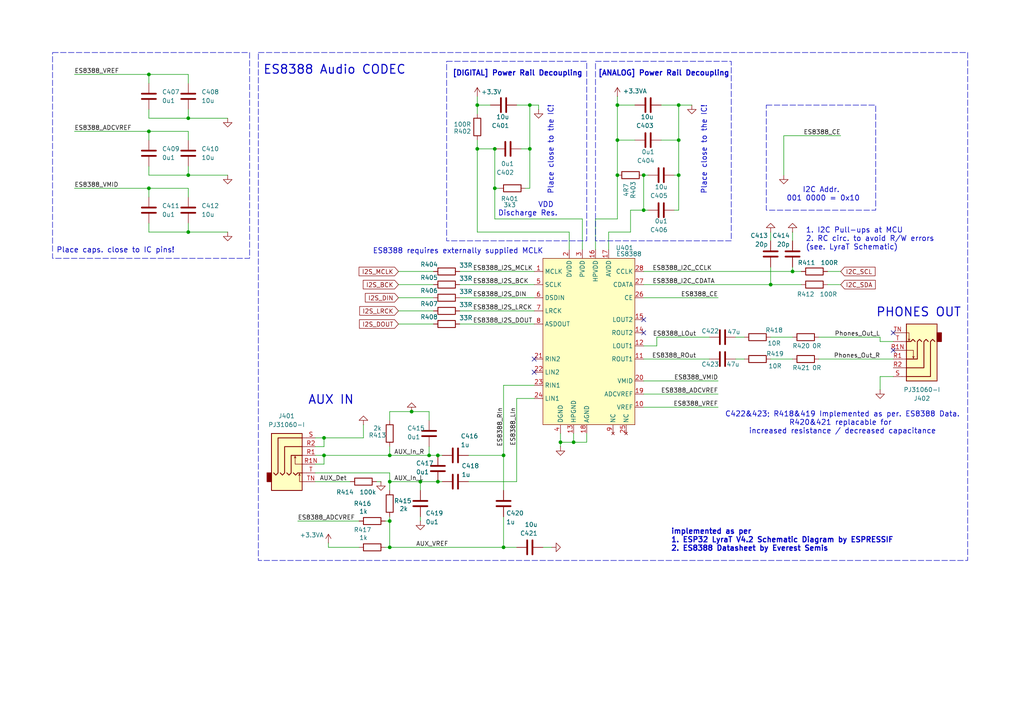
<source format=kicad_sch>
(kicad_sch (version 20231120) (generator "eeschema") (generator_version "8.0")
  (paper "A4")
  (title_block (title "BASM SOUNDCARD") (rev "1") (company "BUCHAREST APPLIED STEAM MUSEUM") (comment 1 "Upgraded Audio Jacks (x2) to TRRS w. NC sw."))
  (lib_symbols
    (symbol "Connector_Audio:AudioJack4_SwitchTR1"
      (property "Reference" "J" (at 0 11.43 0))
      (property "Value" "AudioJack4_SwitchTR1" (at 0 8.89 0))
      (symbol "AudioJack4_SwitchTR1_0_1"
        (rectangle (start -7.62 -5.08) (end -8.89 -7.62) (stroke (width 0.254)) (fill (type outline)))
        (polyline (pts (xy 1.27 -5.08) (xy 2.54 -5.08)))
        (polyline (pts (xy 1.27 2.54) (xy 2.54 2.54)))
        (polyline (pts (xy 2.54 0) (xy 1.27 0)))
        (polyline (pts (xy 2.54 5.08) (xy 1.27 5.08)))
        (rectangle (start 1.27 6.35) (end -7.62 -10.16) (stroke (width 0.254)) (fill (type background)))
      )
      (symbol "AudioJack4_SwitchTR1_1_1"
        (polyline (pts (xy -0.762 -0.254) (xy -0.508 -0.762)))
        (polyline (pts (xy 0.508 -5.334) (xy 0.762 -5.842)))
        (polyline (pts (xy -1.27 -5.08) (xy -0.635 -5.715) (xy 0 -5.08) (xy 1.27 -5.08)) (stroke (width 0.254)))
        (polyline (pts (xy 2.54 -7.62) (xy 0.508 -7.62) (xy 0.508 -5.334) (xy 0.254 -5.842)))
        (polyline (pts (xy 2.54 -2.54) (xy -0.762 -2.54) (xy -0.762 -0.254) (xy -1.016 -0.762)))
        (polyline (pts (xy -3.175 -5.08) (xy -2.54 -5.715) (xy -1.905 -5.08) (xy -1.905 0) (xy 1.27 0)) (stroke (width 0.254)))
        (polyline (pts (xy 1.27 2.54) (xy -3.81 2.54) (xy -3.81 -5.08) (xy -4.445 -5.715) (xy -5.08 -5.08)) (stroke (width 0.254)))
        (polyline (pts (xy 1.27 5.08) (xy -5.715 5.08) (xy -5.715 -5.08) (xy -6.35 -5.715) (xy -6.985 -5.08)) (stroke (width 0.254)))
        (pin passive line (at 5.08 0 180) (length 2.54) (name "~") (number "R1"))
        (pin passive line (at 5.08 -2.54 180) (length 2.54) (name "~") (number "R1N"))
        (pin passive line (at 5.08 2.54 180) (length 2.54) (name "~") (number "R2"))
        (pin passive line (at 5.08 5.08 180) (length 2.54) (name "~") (number "S"))
        (pin passive line (at 5.08 -5.08 180) (length 2.54) (name "~") (number "T"))
        (pin passive line (at 5.08 -7.62 180) (length 2.54) (name "~") (number "TN"))
      )
    )
    (symbol "Device:C" (pin_numbers hide) (pin_names (offset 0.254))
      (property "Reference" "C" (at 0.635 2.54 0))
      (property "Value" "C" (at 0.635 -2.54 0))
      (symbol "C_0_1"
        (polyline (pts (xy -2.032 -0.762) (xy 2.032 -0.762)) (stroke (width 0.508)))
        (polyline (pts (xy -2.032 0.762) (xy 2.032 0.762)) (stroke (width 0.508)))
      )
      (symbol "C_1_1"
        (pin passive line (at 0 3.81 270) (length 2.794) (name "~") (number "1"))
        (pin passive line (at 0 -3.81 90) (length 2.794) (name "~") (number "2"))
      )
    )
    (symbol "Device:R" (pin_numbers hide) (pin_names (offset 0))
      (property "Reference" "R" (at 2.032 0 90))
      (property "Value" "R" (at 0 0 90))
      (symbol "R_0_1"
        (rectangle (start -1.016 -2.54) (end 1.016 2.54) (stroke (width 0.254)))
      )
      (symbol "R_1_1"
        (pin passive line (at 0 3.81 270) (length 1.27) (name "~") (number "1"))
        (pin passive line (at 0 -3.81 90) (length 1.27) (name "~") (number "2"))
      )
    )
    (symbol "everestsemi:ES8388"
      (property "Reference" "U" (at 0 0 0))
      (symbol "ES8388_1_0"
        (pin input line (at 16.51 11.43 180) (length 2.54) (name "CE") (number "26"))
        (pin bidirectional line (at 16.51 15.24 180) (length 2.54) (name "CDATA") (number "27"))
        (pin input line (at 16.51 19.05 180) (length 2.54) (name "CCLK") (number "28"))
      )
      (symbol "ES8388_1_1"
        (rectangle (start -12.7 22.86) (end 13.97 -25.4) (fill (type background)))
        (pin input line (at -15.24 19.05 0) (length 2.54) (name "MCLK") (number "1"))
        (pin output line (at 16.51 -20.32 180) (length 2.54) (name "VREF") (number "10"))
        (pin output line (at 16.51 -6.35 180) (length 2.54) (name "ROUT1") (number "11"))
        (pin output line (at 16.51 -2.54 180) (length 2.54) (name "LOUT1") (number "12"))
        (pin power_in line (at -3.81 -27.94 90) (length 2.54) (name "HPGND") (number "13"))
        (pin output line (at 16.51 1.27 180) (length 2.54) (name "ROUT2") (number "14"))
        (pin output line (at 16.51 5.08 180) (length 2.54) (name "LOUT2") (number "15"))
        (pin power_in line (at 2.54 25.4 270) (length 2.54) (name "HPVDD") (number "16"))
        (pin power_in line (at 6.35 25.4 270) (length 2.54) (name "AVDD") (number "17"))
        (pin power_in line (at 0 -27.94 90) (length 2.54) (name "AGND") (number "18"))
        (pin output line (at 16.51 -16.51 180) (length 2.54) (name "ADCVREF") (number "19"))
        (pin power_in line (at -5.08 25.4 270) (length 2.54) (name "DVDD") (number "2"))
        (pin output line (at 16.51 -12.7 180) (length 2.54) (name "VMID") (number "20"))
        (pin input line (at -15.24 -6.35 0) (length 2.54) (name "RIN2") (number "21"))
        (pin input line (at -15.24 -10.16 0) (length 2.54) (name "LIN2") (number "22"))
        (pin input line (at -15.24 -13.97 0) (length 2.54) (name "RIN1") (number "23"))
        (pin input line (at -15.24 -17.78 0) (length 2.54) (name "LIN1") (number "24"))
        (pin no_connect line (at 11.43 -27.94 90) (length 2.54) (name "NC") (number "25"))
        (pin power_in line (at -1.27 25.4 270) (length 2.54) (name "PVDD") (number "3"))
        (pin power_in line (at -7.62 -27.94 90) (length 2.54) (name "DGND") (number "4"))
        (pin bidirectional line (at -15.24 15.24 0) (length 2.54) (name "SCLK") (number "5"))
        (pin input line (at -15.24 11.43 0) (length 2.54) (name "DSDIN") (number "6"))
        (pin bidirectional line (at -15.24 7.62 0) (length 2.54) (name "LRCK") (number "7"))
        (pin output line (at -15.24 3.81 0) (length 2.54) (name "ASDOUT") (number "8"))
        (pin no_connect line (at 7.62 -27.94 90) (length 2.54) (name "NC") (number "9"))
      )
    )
    (symbol "power:+3.3V" (power) (pin_numbers hide) (pin_names (offset 0) hide)
      (property "Value" "+3.3V" (at 0 3.556 0))
      (symbol "+3.3V_0_1"
        (polyline (pts (xy -0.762 1.27) (xy 0 2.54)))
        (polyline (pts (xy 0 0) (xy 0 2.54)))
        (polyline (pts (xy 0 2.54) (xy 0.762 1.27)))
      )
      (symbol "+3.3V_1_1"
        (pin power_in line (at 0 0 90) (length 0) (name "~") (number "1"))
      )
    )
    (symbol "power:+3.3VA" (power) (pin_numbers hide) (pin_names (offset 0) hide)
      (property "Value" "+3.3VA" (at 0 3.556 0))
      (symbol "+3.3VA_0_1"
        (polyline (pts (xy -0.762 1.27) (xy 0 2.54)))
        (polyline (pts (xy 0 0) (xy 0 2.54)))
        (polyline (pts (xy 0 2.54) (xy 0.762 1.27)))
      )
      (symbol "+3.3VA_1_1"
        (pin power_in line (at 0 0 90) (length 0) (name "~") (number "1"))
      )
    )
    (symbol "power:GND" (power) (pin_numbers hide) (pin_names (offset 0) hide)
      (property "Value" "GND" (at 0 -3.81 0))
      (symbol "GND_0_1"
        (polyline (pts (xy 0 0) (xy 0 -1.27) (xy 1.27 -1.27) (xy 0 -2.54) (xy -1.27 -1.27) (xy 0 -1.27)))
      )
      (symbol "GND_1_1"
        (pin power_in line (at 0 0 270) (length 0) (name "~") (number "1"))
      )
    )
  )
  (junction (at 179.07 50.8))
  (junction (at 113.03 151.13))
  (junction (at 124.46 132.08))
  (junction (at 153.67 43.18))
  (junction (at 43.18 21.59))
  (junction (at 196.85 30.48))
  (junction (at 43.18 54.61))
  (junction (at 93.98 132.08))
  (junction (at 179.07 30.48))
  (junction (at 54.61 50.8))
  (junction (at 146.05 158.75))
  (junction (at 196.85 50.8))
  (junction (at 54.61 67.31))
  (junction (at 143.51 54.61))
  (junction (at 223.52 82.55))
  (junction (at 113.03 132.08))
  (junction (at 229.87 78.74))
  (junction (at 138.43 30.48))
  (junction (at 138.43 43.18))
  (junction (at 127 132.08))
  (junction (at 179.07 40.64))
  (junction (at 119.38 119.38))
  (junction (at 146.05 132.08))
  (junction (at 127 139.7))
  (junction (at 196.85 40.64))
  (junction (at 54.61 34.29))
  (junction (at 113.03 139.7))
  (junction (at 166.37 128.27))
  (junction (at 162.56 128.27))
  (junction (at 186.69 50.8))
  (junction (at 43.18 38.1))
  (junction (at 186.69 60.96))
  (junction (at 113.03 158.75))
  (junction (at 93.98 127))
  (junction (at 153.67 30.48))
  (junction (at 121.92 139.7))
  (junction (at 143.51 43.18))
  (no_connect (at 154.94 107.95))
  (no_connect (at 186.69 96.52))
  (no_connect (at 259.08 101.6))
  (no_connect (at 259.08 96.52))
  (no_connect (at 154.94 104.14))
  (no_connect (at 186.69 92.71))
  (wire (pts (xy 179.07 27.94) (xy 179.07 30.48)))
  (wire (pts (xy 182.88 67.31) (xy 182.88 60.96)))
  (wire (pts (xy 138.43 67.31) (xy 138.43 43.18)))
  (wire (pts (xy 138.43 43.18) (xy 138.43 40.64)))
  (wire (pts (xy 113.03 142.24) (xy 113.03 139.7)))
  (wire (pts (xy 115.57 82.55) (xy 125.73 82.55)))
  (wire (pts (xy 43.18 48.26) (xy 43.18 50.8)))
  (wire (pts (xy 93.98 127) (xy 93.98 129.54)))
  (wire (pts (xy 153.67 30.48) (xy 156.21 30.48)))
  (wire (pts (xy 115.57 86.36) (xy 125.73 86.36)))
  (wire (pts (xy 149.86 115.57) (xy 154.94 115.57)))
  (wire (pts (xy 54.61 48.26) (xy 54.61 50.8)))
  (wire (pts (xy 91.44 132.08) (xy 93.98 132.08)))
  (wire (pts (xy 115.57 78.74) (xy 125.73 78.74)))
  (wire (pts (xy 176.53 67.31) (xy 182.88 67.31)))
  (wire (pts (xy 153.67 30.48) (xy 153.67 43.18)))
  (wire (pts (xy 255.27 99.06) (xy 259.08 99.06)))
  (wire (pts (xy 191.77 40.64) (xy 196.85 40.64)))
  (wire (pts (xy 43.18 54.61) (xy 43.18 57.15)))
  (wire (pts (xy 146.05 158.75) (xy 113.03 158.75)))
  (wire (pts (xy 124.46 129.54) (xy 124.46 132.08)))
  (wire (pts (xy 43.18 21.59) (xy 43.18 24.13)))
  (wire (pts (xy 179.07 40.64) (xy 179.07 30.48)))
  (wire (pts (xy 91.44 129.54) (xy 93.98 129.54)))
  (wire (pts (xy 232.41 78.74) (xy 229.87 78.74)))
  (wire (pts (xy 138.43 33.02) (xy 138.43 30.48)))
  (wire (pts (xy 54.61 54.61) (xy 43.18 54.61)))
  (wire (pts (xy 124.46 132.08) (xy 127 132.08)))
  (wire (pts (xy 149.86 115.57) (xy 149.86 139.7)))
  (wire (pts (xy 135.89 132.08) (xy 146.05 132.08)))
  (wire (pts (xy 255.27 97.79) (xy 255.27 99.06)))
  (wire (pts (xy 149.86 30.48) (xy 153.67 30.48)))
  (wire (pts (xy 149.86 158.75) (xy 146.05 158.75)))
  (wire (pts (xy 43.18 54.61) (xy 21.59 54.61)))
  (wire (pts (xy 95.25 157.48) (xy 95.25 158.75)))
  (wire (pts (xy 133.35 93.98) (xy 154.94 93.98)))
  (wire (pts (xy 143.51 63.5) (xy 143.51 54.61)))
  (wire (pts (xy 237.49 97.79) (xy 255.27 97.79)))
  (wire (pts (xy 179.07 30.48) (xy 184.15 30.48)))
  (wire (pts (xy 179.07 50.8) (xy 179.07 40.64)))
  (wire (pts (xy 54.61 67.31) (xy 66.04 67.31)))
  (wire (pts (xy 186.69 78.74) (xy 229.87 78.74)))
  (wire (pts (xy 168.91 72.39) (xy 168.91 63.5)))
  (wire (pts (xy 113.03 121.92) (xy 113.03 119.38)))
  (wire (pts (xy 113.03 132.08) (xy 124.46 132.08)))
  (wire (pts (xy 170.18 128.27) (xy 166.37 128.27)))
  (wire (pts (xy 170.18 125.73) (xy 170.18 128.27)))
  (wire (pts (xy 223.52 104.14) (xy 229.87 104.14)))
  (wire (pts (xy 165.1 72.39) (xy 165.1 67.31)))
  (wire (pts (xy 115.57 93.98) (xy 125.73 93.98)))
  (wire (pts (xy 243.84 82.55) (xy 240.03 82.55)))
  (wire (pts (xy 91.44 137.16) (xy 113.03 137.16)))
  (wire (pts (xy 190.5 100.33) (xy 186.69 100.33)))
  (wire (pts (xy 162.56 128.27) (xy 162.56 129.54)))
  (wire (pts (xy 43.18 31.75) (xy 43.18 34.29)))
  (wire (pts (xy 168.91 63.5) (xy 143.51 63.5)))
  (wire (pts (xy 243.84 78.74) (xy 240.03 78.74)))
  (wire (pts (xy 213.36 104.14) (xy 215.9 104.14)))
  (wire (pts (xy 191.77 30.48) (xy 196.85 30.48)))
  (wire (pts (xy 43.18 38.1) (xy 43.18 40.64)))
  (wire (pts (xy 43.18 38.1) (xy 21.59 38.1)))
  (wire (pts (xy 157.48 158.75) (xy 160.02 158.75)))
  (wire (pts (xy 113.03 129.54) (xy 113.03 132.08)))
  (wire (pts (xy 138.43 43.18) (xy 143.51 43.18)))
  (wire (pts (xy 133.35 82.55) (xy 154.94 82.55)))
  (wire (pts (xy 54.61 38.1) (xy 43.18 38.1)))
  (wire (pts (xy 223.52 69.85) (xy 223.52 67.31)))
  (wire (pts (xy 111.76 158.75) (xy 113.03 158.75)))
  (wire (pts (xy 128.27 139.7) (xy 127 139.7)))
  (wire (pts (xy 105.41 127) (xy 105.41 123.19)))
  (wire (pts (xy 223.52 77.47) (xy 223.52 82.55)))
  (wire (pts (xy 113.03 137.16) (xy 113.03 139.7)))
  (wire (pts (xy 127 132.08) (xy 128.27 132.08)))
  (wire (pts (xy 232.41 82.55) (xy 223.52 82.55)))
  (wire (pts (xy 93.98 127) (xy 105.41 127)))
  (wire (pts (xy 54.61 21.59) (xy 43.18 21.59)))
  (wire (pts (xy 223.52 97.79) (xy 229.87 97.79)))
  (wire (pts (xy 121.92 139.7) (xy 121.92 142.24)))
  (wire (pts (xy 121.92 149.86) (xy 121.92 151.13)))
  (wire (pts (xy 54.61 64.77) (xy 54.61 67.31)))
  (wire (pts (xy 110.49 139.7) (xy 109.22 139.7)))
  (wire (pts (xy 43.18 67.31) (xy 54.61 67.31)))
  (wire (pts (xy 162.56 125.73) (xy 162.56 128.27)))
  (wire (pts (xy 179.07 40.64) (xy 184.15 40.64)))
  (wire (pts (xy 124.46 119.38) (xy 124.46 121.92)))
  (wire (pts (xy 91.44 134.62) (xy 93.98 134.62)))
  (wire (pts (xy 186.69 60.96) (xy 187.96 60.96)))
  (wire (pts (xy 227.33 39.37) (xy 227.33 50.8)))
  (wire (pts (xy 138.43 30.48) (xy 142.24 30.48)))
  (wire (pts (xy 196.85 50.8) (xy 196.85 40.64)))
  (wire (pts (xy 93.98 132.08) (xy 113.03 132.08)))
  (wire (pts (xy 95.25 158.75) (xy 104.14 158.75)))
  (wire (pts (xy 195.58 50.8) (xy 196.85 50.8)))
  (wire (pts (xy 146.05 149.86) (xy 146.05 158.75)))
  (wire (pts (xy 166.37 128.27) (xy 162.56 128.27)))
  (wire (pts (xy 186.69 114.3) (xy 208.28 114.3)))
  (wire (pts (xy 54.61 31.75) (xy 54.61 34.29)))
  (wire (pts (xy 43.18 21.59) (xy 21.59 21.59)))
  (wire (pts (xy 43.18 34.29) (xy 54.61 34.29)))
  (wire (pts (xy 133.35 78.74) (xy 154.94 78.74)))
  (wire (pts (xy 91.44 139.7) (xy 101.6 139.7)))
  (wire (pts (xy 113.03 119.38) (xy 119.38 119.38)))
  (wire (pts (xy 146.05 132.08) (xy 146.05 142.24)))
  (wire (pts (xy 113.03 151.13) (xy 111.76 151.13)))
  (wire (pts (xy 149.86 139.7) (xy 135.89 139.7)))
  (wire (pts (xy 86.36 151.13) (xy 104.14 151.13)))
  (wire (pts (xy 115.57 90.17) (xy 125.73 90.17)))
  (wire (pts (xy 196.85 60.96) (xy 196.85 50.8)))
  (wire (pts (xy 43.18 50.8) (xy 54.61 50.8)))
  (wire (pts (xy 179.07 63.5) (xy 179.07 50.8)))
  (wire (pts (xy 190.5 97.79) (xy 205.74 97.79)))
  (wire (pts (xy 255.27 113.03) (xy 255.27 109.22)))
  (wire (pts (xy 113.03 149.86) (xy 113.03 151.13)))
  (wire (pts (xy 166.37 125.73) (xy 166.37 128.27)))
  (wire (pts (xy 186.69 104.14) (xy 205.74 104.14)))
  (wire (pts (xy 186.69 118.11) (xy 208.28 118.11)))
  (wire (pts (xy 54.61 40.64) (xy 54.61 38.1)))
  (wire (pts (xy 195.58 60.96) (xy 196.85 60.96)))
  (wire (pts (xy 196.85 40.64) (xy 196.85 30.48)))
  (wire (pts (xy 227.33 39.37) (xy 243.84 39.37)))
  (wire (pts (xy 186.69 60.96) (xy 186.69 50.8)))
  (wire (pts (xy 121.92 139.7) (xy 127 139.7)))
  (wire (pts (xy 255.27 109.22) (xy 259.08 109.22)))
  (wire (pts (xy 182.88 60.96) (xy 186.69 60.96)))
  (wire (pts (xy 43.18 64.77) (xy 43.18 67.31)))
  (wire (pts (xy 54.61 50.8) (xy 66.04 50.8)))
  (wire (pts (xy 91.44 127) (xy 93.98 127)))
  (wire (pts (xy 213.36 97.79) (xy 215.9 97.79)))
  (wire (pts (xy 143.51 54.61) (xy 144.78 54.61)))
  (wire (pts (xy 113.03 151.13) (xy 113.03 158.75)))
  (wire (pts (xy 54.61 24.13) (xy 54.61 21.59)))
  (wire (pts (xy 229.87 77.47) (xy 229.87 78.74)))
  (wire (pts (xy 186.69 82.55) (xy 223.52 82.55)))
  (wire (pts (xy 93.98 132.08) (xy 93.98 134.62)))
  (wire (pts (xy 176.53 72.39) (xy 176.53 67.31)))
  (wire (pts (xy 54.61 34.29) (xy 66.04 34.29)))
  (wire (pts (xy 152.4 54.61) (xy 153.67 54.61)))
  (wire (pts (xy 113.03 139.7) (xy 121.92 139.7)))
  (wire (pts (xy 186.69 86.36) (xy 208.28 86.36)))
  (wire (pts (xy 138.43 27.94) (xy 138.43 30.48)))
  (wire (pts (xy 229.87 67.31) (xy 229.87 69.85)))
  (wire (pts (xy 153.67 54.61) (xy 153.67 43.18)))
  (wire (pts (xy 146.05 111.76) (xy 154.94 111.76)))
  (wire (pts (xy 172.72 63.5) (xy 179.07 63.5)))
  (wire (pts (xy 146.05 132.08) (xy 146.05 111.76)))
  (wire (pts (xy 156.21 30.48) (xy 156.21 31.75)))
  (wire (pts (xy 172.72 72.39) (xy 172.72 63.5)))
  (wire (pts (xy 133.35 90.17) (xy 154.94 90.17)))
  (wire (pts (xy 143.51 54.61) (xy 143.51 43.18)))
  (wire (pts (xy 165.1 67.31) (xy 138.43 67.31)))
  (wire (pts (xy 186.69 50.8) (xy 187.96 50.8)))
  (wire (pts (xy 186.69 110.49) (xy 208.28 110.49)))
  (wire (pts (xy 54.61 57.15) (xy 54.61 54.61)))
  (wire (pts (xy 119.38 119.38) (xy 124.46 119.38)))
  (wire (pts (xy 153.67 43.18) (xy 151.13 43.18)))
  (wire (pts (xy 190.5 97.79) (xy 190.5 100.33)))
  (wire (pts (xy 237.49 104.14) (xy 259.08 104.14)))
  (wire (pts (xy 133.35 86.36) (xy 154.94 86.36)))
  (wire (pts (xy 196.85 30.48) (xy 200.66 30.48)))
  (rectangle (start 15.24 15.24) (end 72.39 74.93) (stroke (width 0) (type dash)))
  (rectangle (start 172.72 17.78) (end 212.09 69.85) (stroke (width 0) (type dash)))
  (rectangle (start 129.54 17.78) (end 170.18 69.85) (stroke (width 0) (type dash)))
  (rectangle (start 222.25 30.48) (end 254 60.96) (stroke (width 0) (type dash)))
  (rectangle (start 74.93 15.24) (end 280.67 162.56) (stroke (width 0) (type dash)))
  (text "ES8388 Audio CODEC" (at 97.028 20.32 0) (effects (font (size 2.54 2.54) (thickness 0.3048) (bold yes))))
  (text "1. I2C Pull-ups at MCU\n2. RC circ. to avoid R/W errors \n(see. LyraT Schematic)\n" (at 233.68 69.342 0) (effects (font (size 1.524 1.524) (thickness 0.1905)) (justify left)))
  (text "Place close to the IC!" (at 204.216 43.434 90) (effects (font (size 1.524 1.524) (thickness 0.1905))))
  (text "[ANALOG] Power Rail Decoupling" (at 192.532 21.336 0) (effects (font (size 1.524 1.524) (thickness 0.3048) (bold yes))))
  (text "VDD \nDischarge Res." (at 161.798 60.706 0) (effects (font (size 1.524 1.524) (thickness 0.1905)) (justify right)))
  (text "I2C Addr. \n001 0000 = 0x10" (at 238.76 56.388 0) (effects (font (size 1.524 1.524) (thickness 0.1905))))
  (text "AUX IN" (at 96.012 116.078 0) (effects (font (size 2.54 2.54) (thickness 0.3048) (bold yes))))
  (text "C422&423; R418&419 Implemented as per. ES8388 Data.\nR420&421 replacable for \nincreased resistance / decreased capacitance" (at 244.348 122.682 0) (effects (font (size 1.524 1.524) (thickness 0.1905))))
  (text "PHONES OUT" (at 266.446 90.678 0) (effects (font (size 2.54 2.54) (thickness 0.3048) (bold yes))))
  (text "[DIGITAL] Power Rail Decoupling" (at 150.114 21.336 0) (effects (font (size 1.524 1.524) (thickness 0.3048) (bold yes))))
  (text "Place caps. close to IC pins!" (at 33.528 72.644 0) (effects (font (size 1.524 1.524) (thickness 0.1905))))
  (text "Place close to the IC!" (at 159.766 43.434 90) (effects (font (size 1.524 1.524) (thickness 0.1905))))
  (text "implemented as per \n1. ESP32 LyraT V4.2 Schematic Diagram by ESPRESSIF\n2. ES8388 Datasheet by Everest Semis" (at 194.564 156.718 0) (effects (font (size 1.524 1.524) (thickness 0.3048) (bold yes)) (justify left)))
  (text "ES8388 requires externally supplied MCLK" (at 132.842 72.898 0) (effects (font (size 1.524 1.524) (thickness 0.1905))))
  (label "AUX_VREF" (at 120.65 158.75 0))
  (label "ES8388_LOut" (at 201.93 97.79 180))
  (label "ES8388_ROut" (at 201.93 104.14 180))
  (label "ES8388_CE" (at 208.28 86.36 180))
  (label "ES8388_VREF" (at 21.59 21.59 0))
  (label "ES8388_RIn" (at 146.05 118.11 270))
  (label "ES8388_VMID" (at 208.28 110.49 180))
  (label "ES8388_I2S_LRCK" (at 137.16 90.17 0))
  (label "ES8388_I2S_MCLK" (at 137.16 78.74 0))
  (label "ES8388_I2C_CDATA" (at 189.23 82.55 0))
  (label "AUX_In_R" (at 114.3 132.08 0))
  (label "ES8388_VREF" (at 208.28 118.11 180))
  (label "ES8388_I2S_BCK" (at 137.16 82.55 0))
  (label "ES8388_I2S_DOUT" (at 137.16 93.98 0))
  (label "ES8388_CE" (at 243.84 39.37 180))
  (label "Phones_Out_L" (at 255.27 97.79 180))
  (label "ES8388_ADCVREF" (at 86.36 151.13 0))
  (label "AUX_In_L" (at 114.3 139.7 0))
  (label "ES8388_ADCVREF" (at 21.59 38.1 0))
  (label "ES8388_I2S_DIN" (at 137.16 86.36 0))
  (label "ES8388_ADCVREF" (at 208.28 114.3 180))
  (label "Phones_Out_R" (at 255.27 104.14 180))
  (label "ES8388_VMID" (at 21.59 54.61 0))
  (label "AUX_Det" (at 92.71 139.7 0))
  (label "ES8388_I2C_CCLK" (at 189.23 78.74 0))
  (label "ES8388_LIn" (at 149.86 118.11 270))
  (global_label "I2S_LRCK" (shape input) (at 115.57 90.17 180) (property "Intersheetrefs" "${INTERSHEET_REFS}" (effects (hide yes))))
  (global_label "I2S_BCK" (shape input) (at 115.57 82.55 180) (property "Intersheetrefs" "${INTERSHEET_REFS}" (effects (hide yes))))
  (global_label "I2C_SDA" (shape input) (at 243.84 82.55 0) (property "Intersheetrefs" "${INTERSHEET_REFS}" (effects (hide yes))))
  (global_label "I2S_DIN" (shape input) (at 115.57 86.36 180) (property "Intersheetrefs" "${INTERSHEET_REFS}" (effects (hide yes))))
  (global_label "I2S_DOUT" (shape input) (at 115.57 93.98 180) (property "Intersheetrefs" "${INTERSHEET_REFS}" (effects (hide yes))))
  (global_label "I2C_SCL" (shape input) (at 243.84 78.74 0) (property "Intersheetrefs" "${INTERSHEET_REFS}" (effects (hide yes))))
  (global_label "I2S_MCLK" (shape input) (at 115.57 78.74 180) (property "Intersheetrefs" "${INTERSHEET_REFS}" (effects (hide yes))))
  (symbol (lib_id "Device:R") (at 219.71 104.14 270) (unit 1)
    (property "Reference" "R419" (at 224.79 102.616 90))
    (property "Value" "10R" (at 224.79 106.172 90))
    (property "Footprint" "Resistor_SMD:R_0603_1608Metric" (effects (hide yes)))
    (property "Description" "Resistor" (effects (hide yes)))
  )
  (symbol (lib_id "power:GND") (at 66.04 34.29 0) (unit 1)
    (property "Reference" "#PWR064" (effects (hide yes)))
    (property "Value" "GND" (effects (hide yes)))
    (property "Description" "Power symbol creates a global label with name \"GND\" , ground" (effects (hide yes)))
  )
  (symbol (lib_id "power:+3.3VA") (at 95.25 157.48 0) (unit 1)
    (property "Reference" "#PWR061" (effects (hide yes)))
    (property "Value" "+3.3VA" (at 90.424 155.194 0))
    (property "Description" "Power symbol creates a global label with name \"+3.3VA\"" (effects (hide yes)))
  )
  (symbol (lib_id "power:GND") (at 160.02 158.75 90) (mirror x) (unit 1)
    (property "Reference" "#PWR060" (effects (hide yes)))
    (property "Value" "GND" (effects (hide yes)))
    (property "Description" "Power symbol creates a global label with name \"GND\" , ground" (effects (hide yes)))
  )
  (symbol (lib_id "Device:R") (at 129.54 93.98 90) (unit 1)
    (property "Reference" "R408" (at 124.46 91.948 90))
    (property "Value" "33R" (at 135.128 92.202 90))
    (property "Footprint" "Resistor_SMD:R_0402_1005Metric" (effects (hide yes)))
    (property "Description" "Resistor" (effects (hide yes)))
  )
  (symbol (lib_id "Device:C") (at 146.05 30.48 90) (unit 1)
    (property "Reference" "C401" (at 147.701 36.449 90) (effects (justify left)))
    (property "Value" "10u" (at 147.701 33.909 90) (effects (justify left)))
    (property "Footprint" "Capacitor_SMD:C_0603_1608Metric" (effects (hide yes)))
    (property "Description" "Unpolarized capacitor" (effects (hide yes)))
  )
  (symbol (lib_id "power:+3.3V") (at 138.43 27.94 0) (unit 1)
    (property "Reference" "#PWR045" (effects (hide yes)))
    (property "Value" "+3.3V" (at 142.494 26.67 0))
    (property "Description" "Power symbol creates a global label with name \"+3.3V\"" (effects (hide yes)))
  )
  (symbol (lib_id "power:GND") (at 229.87 67.31 180) (unit 1)
    (property "Reference" "#PWR067" (effects (hide yes)))
    (property "Value" "GND" (effects (hide yes)))
    (property "Description" "Power symbol creates a global label with name \"GND\" , ground" (effects (hide yes)))
  )
  (symbol (lib_id "Device:C") (at 191.77 60.96 90) (unit 1)
    (property "Reference" "C406" (at 193.675 66.675 90) (effects (justify left)))
    (property "Value" "0u1" (at 193.675 64.135 90) (effects (justify left)))
    (property "Footprint" "Capacitor_SMD:C_0402_1005Metric" (effects (hide yes)))
    (property "Description" "Unpolarized capacitor" (effects (hide yes)))
  )
  (symbol (lib_id "Connector_Audio:AudioJack4_SwitchTR1") (at 86.36 132.08 0) (unit 1)
    (property "Reference" "J401" (at 83.1215 120.65 0))
    (property "Value" "PJ31060-I" (at 83.1215 123.19 0))
    (property "Footprint" "Connector_Audio:Jack_3.5mm_PJ31060-I_Horizontal" (effects (hide yes)))
    (property "Description" "Audio Jack, 4 Poles (Stereo / TRRS), Switched TR1 Poles (Normalling)" (effects (hide yes)))
  )
  (symbol (lib_id "Device:C") (at 187.96 40.64 90) (unit 1)
    (property "Reference" "C404" (at 189.865 46.609 90) (effects (justify left)))
    (property "Value" "0u1" (at 189.865 44.069 90) (effects (justify left)))
    (property "Footprint" "Capacitor_SMD:C_0402_1005Metric" (effects (hide yes)))
    (property "Description" "Unpolarized capacitor" (effects (hide yes)))
  )
  (symbol (lib_id "Device:C") (at 124.46 125.73 0) (unit 1)
    (property "Reference" "C415" (at 118.11 124.206 0) (effects (justify left)))
    (property "Value" "0u1" (at 118.11 126.746 0) (effects (justify left)))
    (property "Footprint" "Capacitor_SMD:C_0402_1005Metric" (effects (hide yes)))
    (property "Description" "Unpolarized capacitor" (effects (hide yes)))
  )
  (symbol (lib_id "Device:R") (at 107.95 151.13 90) (unit 1)
    (property "Reference" "R416" (at 105.156 146.05 90))
    (property "Value" "1k" (at 105.41 148.336 90))
    (property "Footprint" "Resistor_SMD:R_0402_1005Metric" (effects (hide yes)))
    (property "Description" "Resistor" (effects (hide yes)))
  )
  (symbol (lib_id "Device:C") (at 43.18 60.96 0) (unit 1)
    (property "Reference" "C411" (at 46.99 59.6899 0) (effects (justify left)))
    (property "Value" "0u1" (at 46.99 62.2299 0) (effects (justify left)))
    (property "Footprint" "Capacitor_SMD:C_0402_1005Metric" (effects (hide yes)))
    (property "Description" "Unpolarized capacitor" (effects (hide yes)))
  )
  (symbol (lib_id "Device:C") (at 132.08 132.08 270) (unit 1)
    (property "Reference" "C416" (at 133.604 126.492 90) (effects (justify left)))
    (property "Value" "1u" (at 133.604 129.032 90) (effects (justify left)))
    (property "Footprint" "Capacitor_SMD:C_0402_1005Metric" (effects (hide yes)))
    (property "Description" "Unpolarized capacitor" (effects (hide yes)))
  )
  (symbol (lib_id "power:GND") (at 66.04 50.8 0) (unit 1)
    (property "Reference" "#PWR065" (effects (hide yes)))
    (property "Value" "GND" (effects (hide yes)))
    (property "Description" "Power symbol creates a global label with name \"GND\" , ground" (effects (hide yes)))
  )
  (symbol (lib_id "everestsemi:ES8388") (at 170.18 97.79 0) (unit 1)
    (property "Reference" "U401" (at 178.562 71.882 0) (effects (justify left)))
    (property "Value" "ES8388" (at 178.7241 73.66 0) (effects (justify left)))
    (property "Footprint" "Package_DFN_QFN:QFN-28-1EP_4x4mm_P0.4mm_EP2.6x2.6mm" (effects (hide yes)))
  )
  (symbol (lib_id "Device:C") (at 209.55 104.14 270) (unit 1)
    (property "Reference" "C423" (at 205.994 105.664 90))
    (property "Value" "47u" (at 212.598 105.664 90))
    (property "Footprint" "Capacitor_SMD:C_0603_1608Metric" (effects (hide yes)))
    (property "Description" "Unpolarized capacitor" (effects (hide yes)))
  )
  (symbol (lib_id "Device:C") (at 147.32 43.18 90) (unit 1)
    (property "Reference" "C402" (at 149.098 50.038 90) (effects (justify left)))
    (property "Value" "0u1" (at 149.098 47.498 90) (effects (justify left)))
    (property "Footprint" "Capacitor_SMD:C_0402_1005Metric" (effects (hide yes)))
    (property "Description" "Unpolarized capacitor" (effects (hide yes)))
  )
  (symbol (lib_id "power:GND") (at 255.27 113.03 0) (mirror y) (unit 1)
    (property "Reference" "#PWR082" (effects (hide yes)))
    (property "Value" "GND" (effects (hide yes)))
    (property "Description" "Power symbol creates a global label with name \"GND\" , ground" (effects (hide yes)))
  )
  (symbol (lib_id "Device:R") (at 182.88 50.8 90) (unit 1)
    (property "Reference" "R403" (at 183.642 55.118 0))
    (property "Value" "4R7" (at 181.61 55.118 0))
    (property "Footprint" "Resistor_SMD:R_0402_1005Metric" (effects (hide yes)))
    (property "Description" "Resistor" (effects (hide yes)))
  )
  (symbol (lib_id "Device:C") (at 121.92 146.05 0) (unit 1)
    (property "Reference" "C419" (at 123.444 148.844 0) (effects (justify left)))
    (property "Value" "0u1" (at 123.444 151.384 0) (effects (justify left)))
    (property "Footprint" "Capacitor_SMD:C_0402_1005Metric" (effects (hide yes)))
    (property "Description" "Unpolarized capacitor" (effects (hide yes)))
  )
  (symbol (lib_id "Device:C") (at 43.18 27.94 0) (unit 1)
    (property "Reference" "C407" (at 46.99 26.6699 0) (effects (justify left)))
    (property "Value" "0u1" (at 46.99 29.2099 0) (effects (justify left)))
    (property "Footprint" "Capacitor_SMD:C_0402_1005Metric" (effects (hide yes)))
    (property "Description" "Unpolarized capacitor" (effects (hide yes)))
  )
  (symbol (lib_id "Device:R") (at 138.43 36.83 180) (unit 1)
    (property "Reference" "R402" (at 134.112 38.1 0))
    (property "Value" "100R" (at 134.112 36.068 0))
    (property "Footprint" "Resistor_SMD:R_0603_1608Metric" (effects (hide yes)))
    (property "Description" "Resistor" (effects (hide yes)))
  )
  (symbol (lib_id "Device:C") (at 153.67 158.75 90) (unit 1)
    (property "Reference" "C421" (at 155.956 154.686 90) (effects (justify left)))
    (property "Value" "10u" (at 155.956 152.146 90) (effects (justify left)))
    (property "Footprint" "Capacitor_SMD:C_0603_1608Metric" (effects (hide yes)))
    (property "Description" "Unpolarized capacitor" (effects (hide yes)))
  )
  (symbol (lib_id "Device:C") (at 209.55 97.79 270) (unit 1)
    (property "Reference" "C422" (at 205.994 96.012 90))
    (property "Value" "47u" (at 212.852 96.266 90))
    (property "Footprint" "Capacitor_SMD:C_0603_1608Metric" (effects (hide yes)))
    (property "Description" "Unpolarized capacitor" (effects (hide yes)))
  )
  (symbol (lib_id "Device:C") (at 223.52 73.66 0) (mirror y) (unit 1)
    (property "Reference" "C413" (at 222.758 68.326 0) (effects (justify left)))
    (property "Value" "20p" (at 222.758 70.866 0) (effects (justify left)))
    (property "Footprint" "Capacitor_SMD:C_0402_1005Metric" (effects (hide yes)))
    (property "Description" "Unpolarized capacitor" (effects (hide yes)))
  )
  (symbol (lib_id "Device:C") (at 43.18 44.45 0) (unit 1)
    (property "Reference" "C409" (at 46.99 43.1799 0) (effects (justify left)))
    (property "Value" "0u1" (at 46.99 45.7199 0) (effects (justify left)))
    (property "Footprint" "Capacitor_SMD:C_0402_1005Metric" (effects (hide yes)))
    (property "Description" "Unpolarized capacitor" (effects (hide yes)))
  )
  (symbol (lib_id "Device:C") (at 132.08 139.7 270) (unit 1)
    (property "Reference" "C418" (at 133.858 135.128 90) (effects (justify left)))
    (property "Value" "1u" (at 133.858 137.668 90) (effects (justify left)))
    (property "Footprint" "Capacitor_SMD:C_0402_1005Metric" (effects (hide yes)))
    (property "Description" "Unpolarized capacitor" (effects (hide yes)))
  )
  (symbol (lib_id "Device:R") (at 219.71 97.79 270) (unit 1)
    (property "Reference" "R418" (at 224.536 95.758 90))
    (property "Value" "10R" (at 224.536 99.568 90))
    (property "Footprint" "Resistor_SMD:R_0603_1608Metric" (effects (hide yes)))
    (property "Description" "Resistor" (effects (hide yes)))
  )
  (symbol (lib_id "Device:R") (at 148.59 54.61 270) (unit 1)
    (property "Reference" "R401" (at 147.828 57.658 90))
    (property "Value" "3k3" (at 147.828 59.436 90))
    (property "Footprint" "Resistor_SMD:R_0402_1005Metric" (effects (hide yes)))
    (property "Description" "Resistor" (effects (hide yes)))
  )
  (symbol (lib_id "power:GND") (at 110.49 139.7 0) (mirror y) (unit 1)
    (property "Reference" "#PWR044" (effects (hide yes)))
    (property "Value" "GND" (effects (hide yes)))
    (property "Description" "Power symbol creates a global label with name \"GND\" , ground" (effects (hide yes)))
  )
  (symbol (lib_id "Device:R") (at 129.54 78.74 90) (unit 1)
    (property "Reference" "R404" (at 124.46 76.708 90))
    (property "Value" "33R" (at 135.128 76.962 90))
    (property "Footprint" "Resistor_SMD:R_0402_1005Metric" (effects (hide yes)))
    (property "Description" "Resistor" (effects (hide yes)))
  )
  (symbol (lib_id "Device:R") (at 233.68 97.79 90) (unit 1)
    (property "Reference" "R420" (at 234.95 100.33 90) (effects (justify left)))
    (property "Value" "0R" (at 238.252 100.33 90) (effects (justify left)))
    (property "Footprint" "Resistor_SMD:R_0805_2012Metric" (effects (hide yes)))
    (property "Description" "Resistor" (effects (hide yes)))
  )
  (symbol (lib_id "power:GND") (at 66.04 67.31 0) (unit 1)
    (property "Reference" "#PWR068" (effects (hide yes)))
    (property "Value" "GND" (effects (hide yes)))
    (property "Description" "Power symbol creates a global label with name \"GND\" , ground" (effects (hide yes)))
  )
  (symbol (lib_id "power:GND") (at 227.33 50.8 0) (mirror y) (unit 1)
    (property "Reference" "#PWR063" (effects (hide yes)))
    (property "Value" "GND" (effects (hide yes)))
    (property "Description" "Power symbol creates a global label with name \"GND\" , ground" (effects (hide yes)))
  )
  (symbol (lib_id "power:GND") (at 119.38 119.38 0) (mirror x) (unit 1)
    (property "Reference" "#PWR056" (effects (hide yes)))
    (property "Value" "GND" (effects (hide yes)))
    (property "Description" "Power symbol creates a global label with name \"GND\" , ground" (effects (hide yes)))
  )
  (symbol (lib_id "power:GND") (at 121.92 151.13 0) (mirror y) (unit 1)
    (property "Reference" "#PWR058" (effects (hide yes)))
    (property "Value" "GND" (effects (hide yes)))
    (property "Description" "Power symbol creates a global label with name \"GND\" , ground" (effects (hide yes)))
  )
  (symbol (lib_id "Device:C") (at 191.77 50.8 90) (unit 1)
    (property "Reference" "C405" (at 193.675 56.769 90) (effects (justify left)))
    (property "Value" "10u" (at 193.675 54.229 90) (effects (justify left)))
    (property "Footprint" "Capacitor_SMD:C_0603_1608Metric" (effects (hide yes)))
    (property "Description" "Unpolarized capacitor" (effects (hide yes)))
  )
  (symbol (lib_id "power:GND") (at 223.52 67.31 180) (unit 1)
    (property "Reference" "#PWR066" (effects (hide yes)))
    (property "Value" "GND" (effects (hide yes)))
    (property "Description" "Power symbol creates a global label with name \"GND\" , ground" (effects (hide yes)))
  )
  (symbol (lib_id "Device:R") (at 129.54 86.36 90) (unit 1)
    (property "Reference" "R406" (at 124.46 84.328 90))
    (property "Value" "33R" (at 135.128 84.582 90))
    (property "Footprint" "Resistor_SMD:R_0402_1005Metric" (effects (hide yes)))
    (property "Description" "Resistor" (effects (hide yes)))
  )
  (symbol (lib_id "Device:C") (at 127 135.89 0) (unit 1)
    (property "Reference" "C417" (at 120.65 134.366 0) (effects (justify left)))
    (property "Value" "0u1" (at 120.65 136.906 0) (effects (justify left)))
    (property "Footprint" "Capacitor_SMD:C_0402_1005Metric" (effects (hide yes)))
    (property "Description" "Unpolarized capacitor" (effects (hide yes)))
  )
  (symbol (lib_id "power:GND") (at 156.21 31.75 0) (unit 1)
    (property "Reference" "#PWR052" (effects (hide yes)))
    (property "Value" "GND" (effects (hide yes)))
    (property "Description" "Power symbol creates a global label with name \"GND\" , ground" (effects (hide yes)))
  )
  (symbol (lib_id "Device:C") (at 229.87 73.66 0) (mirror y) (unit 1)
    (property "Reference" "C414" (at 229.108 68.326 0) (effects (justify left)))
    (property "Value" "20p" (at 229.108 70.866 0) (effects (justify left)))
    (property "Footprint" "Capacitor_SMD:C_0402_1005Metric" (effects (hide yes)))
    (property "Description" "Unpolarized capacitor" (effects (hide yes)))
  )
  (symbol (lib_id "Device:R") (at 236.22 82.55 90) (mirror x) (unit 1)
    (property "Reference" "R412" (at 233.68 85.344 90))
    (property "Value" "100R" (at 240.284 85.344 90))
    (property "Footprint" "Resistor_SMD:R_0402_1005Metric" (effects (hide yes)))
    (property "Description" "Resistor" (effects (hide yes)))
  )
  (symbol (lib_id "power:GND") (at 105.41 123.19 0) (mirror x) (unit 1)
    (property "Reference" "#PWR081" (effects (hide yes)))
    (property "Value" "GND" (effects (hide yes)))
    (property "Description" "Power symbol creates a global label with name \"GND\" , ground" (effects (hide yes)))
  )
  (symbol (lib_id "Device:R") (at 113.03 146.05 0) (unit 1)
    (property "Reference" "R415" (at 116.84 145.288 0))
    (property "Value" "2k" (at 117.094 147.574 0))
    (property "Footprint" "Resistor_SMD:R_0402_1005Metric" (effects (hide yes)))
    (property "Description" "Resistor" (effects (hide yes)))
  )
  (symbol (lib_id "Device:R") (at 236.22 78.74 90) (mirror x) (unit 1)
    (property "Reference" "R411" (at 233.934 76.2 90))
    (property "Value" "100R" (at 240.538 76.2 90))
    (property "Footprint" "Resistor_SMD:R_0402_1005Metric" (effects (hide yes)))
    (property "Description" "Resistor" (effects (hide yes)))
  )
  (symbol (lib_id "Device:C") (at 54.61 44.45 0) (unit 1)
    (property "Reference" "C410" (at 58.42 43.1799 0) (effects (justify left)))
    (property "Value" "10u" (at 58.42 45.7199 0) (effects (justify left)))
    (property "Footprint" "Capacitor_SMD:C_0603_1608Metric" (effects (hide yes)))
    (property "Description" "Unpolarized capacitor" (effects (hide yes)))
  )
  (symbol (lib_id "Device:C") (at 146.05 146.05 0) (unit 1)
    (property "Reference" "C420" (at 146.812 148.844 0) (effects (justify left)))
    (property "Value" "1u" (at 146.812 151.384 0) (effects (justify left)))
    (property "Footprint" "Capacitor_SMD:C_0402_1005Metric" (effects (hide yes)))
    (property "Description" "Unpolarized capacitor" (effects (hide yes)))
  )
  (symbol (lib_id "power:+3.3VA") (at 179.07 27.94 0) (unit 1)
    (property "Reference" "#PWR032" (effects (hide yes)))
    (property "Value" "+3.3VA" (at 184.15 26.416 0))
    (property "Description" "Power symbol creates a global label with name \"+3.3VA\"" (effects (hide yes)))
  )
  (symbol (lib_id "Device:C") (at 54.61 27.94 0) (unit 1)
    (property "Reference" "C408" (at 58.42 26.6699 0) (effects (justify left)))
    (property "Value" "10u" (at 58.42 29.2099 0) (effects (justify left)))
    (property "Footprint" "Capacitor_SMD:C_0603_1608Metric" (effects (hide yes)))
    (property "Description" "Unpolarized capacitor" (effects (hide yes)))
  )
  (symbol (lib_id "Device:C") (at 54.61 60.96 0) (unit 1)
    (property "Reference" "C412" (at 58.42 59.6899 0) (effects (justify left)))
    (property "Value" "10u" (at 58.42 62.2299 0) (effects (justify left)))
    (property "Footprint" "Capacitor_SMD:C_0603_1608Metric" (effects (hide yes)))
    (property "Description" "Unpolarized capacitor" (effects (hide yes)))
  )
  (symbol (lib_id "power:GND") (at 162.56 129.54 0) (unit 1)
    (property "Reference" "#PWR034" (effects (hide yes)))
    (property "Value" "GND" (effects (hide yes)))
    (property "Description" "Power symbol creates a global label with name \"GND\" , ground" (effects (hide yes)))
  )
  (symbol (lib_id "Device:R") (at 129.54 82.55 90) (unit 1)
    (property "Reference" "R405" (at 124.46 80.518 90))
    (property "Value" "33R" (at 135.128 80.772 90))
    (property "Footprint" "Resistor_SMD:R_0402_1005Metric" (effects (hide yes)))
    (property "Description" "Resistor" (effects (hide yes)))
  )
  (symbol (lib_id "power:GND") (at 200.66 30.48 0) (unit 1)
    (property "Reference" "#PWR043" (effects (hide yes)))
    (property "Value" "GND" (effects (hide yes)))
    (property "Description" "Power symbol creates a global label with name \"GND\" , ground" (effects (hide yes)))
  )
  (symbol (lib_id "Connector_Audio:AudioJack4_SwitchTR1") (at 264.16 104.14 180) (unit 1)
    (property "Reference" "J402" (at 267.3985 115.57 0))
    (property "Value" "PJ31060-I" (at 267.3985 113.03 0))
    (property "Footprint" "Connector_Audio:Jack_3.5mm_PJ31060-I_Horizontal" (effects (hide yes)))
    (property "Description" "Audio Jack, 4 Poles (Stereo / TRRS), Switched TR1 Poles (Normalling)" (effects (hide yes)))
  )
  (symbol (lib_id "Device:R") (at 113.03 125.73 0) (unit 1)
    (property "Reference" "R413" (at 109.474 126.238 0))
    (property "Value" "2k" (at 109.474 124.206 0))
    (property "Footprint" "Resistor_SMD:R_0402_1005Metric" (effects (hide yes)))
    (property "Description" "Resistor" (effects (hide yes)))
  )
  (symbol (lib_id "Device:R") (at 105.41 139.7 270) (unit 1)
    (property "Reference" "R414" (at 100.076 142.748 90))
    (property "Value" "100k" (at 106.68 142.748 90))
    (property "Footprint" "Resistor_SMD:R_0402_1005Metric" (effects (hide yes)))
    (property "Description" "Resistor" (effects (hide yes)))
  )
  (symbol (lib_id "Device:R") (at 129.54 90.17 90) (unit 1)
    (property "Reference" "R407" (at 124.46 88.138 90))
    (property "Value" "33R" (at 135.128 88.392 90))
    (property "Footprint" "Resistor_SMD:R_0402_1005Metric" (effects (hide yes)))
    (property "Description" "Resistor" (effects (hide yes)))
  )
  (symbol (lib_id "Device:R") (at 233.68 104.14 90) (unit 1)
    (property "Reference" "R421" (at 234.95 106.68 90) (effects (justify left)))
    (property "Value" "0R" (at 238.252 106.68 90) (effects (justify left)))
    (property "Footprint" "Resistor_SMD:R_0805_2012Metric" (effects (hide yes)))
    (property "Description" "Resistor" (effects (hide yes)))
  )
  (symbol (lib_id "Device:C") (at 187.96 30.48 90) (unit 1)
    (property "Reference" "C403" (at 189.611 36.449 90) (effects (justify left)))
    (property "Value" "10u" (at 189.611 33.909 90) (effects (justify left)))
    (property "Footprint" "Capacitor_SMD:C_0603_1608Metric" (effects (hide yes)))
    (property "Description" "Unpolarized capacitor" (effects (hide yes)))
  )
  (symbol (lib_id "Device:R") (at 107.95 158.75 90) (unit 1)
    (property "Reference" "R417" (at 105.156 153.67 90))
    (property "Value" "1k" (at 105.41 155.956 90))
    (property "Footprint" "Resistor_SMD:R_0402_1005Metric" (effects (hide yes)))
    (property "Description" "Resistor" (effects (hide yes)))
  )
)
</source>
